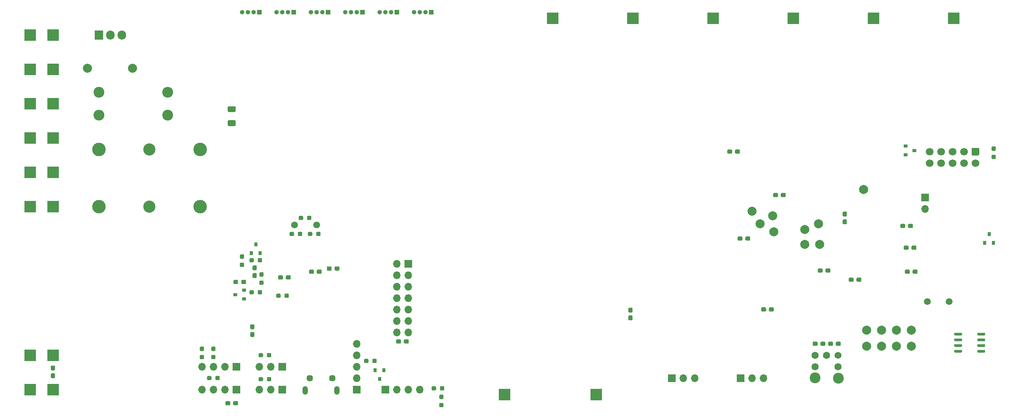
<source format=gbs>
G04 #@! TF.GenerationSoftware,KiCad,Pcbnew,5.1.7-a382d34a8~88~ubuntu18.04.1*
G04 #@! TF.CreationDate,2021-06-16T01:22:41+03:00*
G04 #@! TF.ProjectId,controller,636f6e74-726f-46c6-9c65-722e6b696361,rev?*
G04 #@! TF.SameCoordinates,Original*
G04 #@! TF.FileFunction,Soldermask,Bot*
G04 #@! TF.FilePolarity,Negative*
%FSLAX46Y46*%
G04 Gerber Fmt 4.6, Leading zero omitted, Abs format (unit mm)*
G04 Created by KiCad (PCBNEW 5.1.7-a382d34a8~88~ubuntu18.04.1) date 2021-06-16 01:22:41*
%MOMM*%
%LPD*%
G01*
G04 APERTURE LIST*
%ADD10R,0.800000X0.900000*%
%ADD11C,2.000000*%
%ADD12R,1.700000X1.700000*%
%ADD13O,1.700000X1.700000*%
%ADD14C,1.700000*%
%ADD15C,3.000000*%
%ADD16C,2.700000*%
%ADD17R,2.500000X2.500000*%
%ADD18C,1.500000*%
%ADD19R,1.905000X2.000000*%
%ADD20O,1.905000X2.000000*%
%ADD21O,2.400000X2.400000*%
%ADD22C,2.400000*%
%ADD23O,1.000000X1.000000*%
%ADD24R,1.000000X1.000000*%
%ADD25C,1.450000*%
%ADD26O,1.200000X1.900000*%
%ADD27R,0.900000X0.800000*%
%ADD28C,1.524000*%
%ADD29C,1.600000*%
G04 APERTURE END LIST*
D10*
X237998000Y-95012000D03*
X237048000Y-97012000D03*
X238948000Y-97012000D03*
G36*
G01*
X72627500Y-102341500D02*
X72152500Y-102341500D01*
G75*
G02*
X71915000Y-102104000I0J237500D01*
G01*
X71915000Y-101604000D01*
G75*
G02*
X72152500Y-101366500I237500J0D01*
G01*
X72627500Y-101366500D01*
G75*
G02*
X72865000Y-101604000I0J-237500D01*
G01*
X72865000Y-102104000D01*
G75*
G02*
X72627500Y-102341500I-237500J0D01*
G01*
G37*
G36*
G01*
X72627500Y-100516500D02*
X72152500Y-100516500D01*
G75*
G02*
X71915000Y-100279000I0J237500D01*
G01*
X71915000Y-99779000D01*
G75*
G02*
X72152500Y-99541500I237500J0D01*
G01*
X72627500Y-99541500D01*
G75*
G02*
X72865000Y-99779000I0J-237500D01*
G01*
X72865000Y-100279000D01*
G75*
G02*
X72627500Y-100516500I-237500J0D01*
G01*
G37*
G36*
G01*
X70729001Y-71034000D02*
X69478999Y-71034000D01*
G75*
G02*
X69229000Y-70784001I0J249999D01*
G01*
X69229000Y-69983999D01*
G75*
G02*
X69478999Y-69734000I249999J0D01*
G01*
X70729001Y-69734000D01*
G75*
G02*
X70979000Y-69983999I0J-249999D01*
G01*
X70979000Y-70784001D01*
G75*
G02*
X70729001Y-71034000I-249999J0D01*
G01*
G37*
G36*
G01*
X70729001Y-67934000D02*
X69478999Y-67934000D01*
G75*
G02*
X69229000Y-67684001I0J249999D01*
G01*
X69229000Y-66883999D01*
G75*
G02*
X69478999Y-66634000I249999J0D01*
G01*
X70729001Y-66634000D01*
G75*
G02*
X70979000Y-66883999I0J-249999D01*
G01*
X70979000Y-67684001D01*
G75*
G02*
X70729001Y-67934000I-249999J0D01*
G01*
G37*
X102870000Y-127238000D03*
X103820000Y-125238000D03*
X101920000Y-125238000D03*
D11*
X200406000Y-97282000D03*
D12*
X223774000Y-86868000D03*
D13*
X223774000Y-89408000D03*
G36*
G01*
X234350000Y-75858000D02*
X235550000Y-75858000D01*
G75*
G02*
X235800000Y-76108000I0J-250000D01*
G01*
X235800000Y-77308000D01*
G75*
G02*
X235550000Y-77558000I-250000J0D01*
G01*
X234350000Y-77558000D01*
G75*
G02*
X234100000Y-77308000I0J250000D01*
G01*
X234100000Y-76108000D01*
G75*
G02*
X234350000Y-75858000I250000J0D01*
G01*
G37*
D14*
X232410000Y-76708000D03*
X229870000Y-76708000D03*
X227330000Y-76708000D03*
X224790000Y-76708000D03*
X234950000Y-79248000D03*
X232410000Y-79248000D03*
X229870000Y-79248000D03*
X227330000Y-79248000D03*
X224790000Y-79248000D03*
D13*
X76200000Y-129540000D03*
X78740000Y-129540000D03*
D12*
X81280000Y-129540000D03*
G36*
G01*
X81808500Y-108949500D02*
X81808500Y-108474500D01*
G75*
G02*
X82046000Y-108237000I237500J0D01*
G01*
X82546000Y-108237000D01*
G75*
G02*
X82783500Y-108474500I0J-237500D01*
G01*
X82783500Y-108949500D01*
G75*
G02*
X82546000Y-109187000I-237500J0D01*
G01*
X82046000Y-109187000D01*
G75*
G02*
X81808500Y-108949500I0J237500D01*
G01*
G37*
G36*
G01*
X79983500Y-108949500D02*
X79983500Y-108474500D01*
G75*
G02*
X80221000Y-108237000I237500J0D01*
G01*
X80721000Y-108237000D01*
G75*
G02*
X80958500Y-108474500I0J-237500D01*
G01*
X80958500Y-108949500D01*
G75*
G02*
X80721000Y-109187000I-237500J0D01*
G01*
X80221000Y-109187000D01*
G75*
G02*
X79983500Y-108949500I0J237500D01*
G01*
G37*
G36*
G01*
X76070000Y-122157500D02*
X76070000Y-121682500D01*
G75*
G02*
X76307500Y-121445000I237500J0D01*
G01*
X76807500Y-121445000D01*
G75*
G02*
X77045000Y-121682500I0J-237500D01*
G01*
X77045000Y-122157500D01*
G75*
G02*
X76807500Y-122395000I-237500J0D01*
G01*
X76307500Y-122395000D01*
G75*
G02*
X76070000Y-122157500I0J237500D01*
G01*
G37*
G36*
G01*
X77895000Y-122157500D02*
X77895000Y-121682500D01*
G75*
G02*
X78132500Y-121445000I237500J0D01*
G01*
X78632500Y-121445000D01*
G75*
G02*
X78870000Y-121682500I0J-237500D01*
G01*
X78870000Y-122157500D01*
G75*
G02*
X78632500Y-122395000I-237500J0D01*
G01*
X78132500Y-122395000D01*
G75*
G02*
X77895000Y-122157500I0J237500D01*
G01*
G37*
G36*
G01*
X77895000Y-127491500D02*
X77895000Y-127016500D01*
G75*
G02*
X78132500Y-126779000I237500J0D01*
G01*
X78632500Y-126779000D01*
G75*
G02*
X78870000Y-127016500I0J-237500D01*
G01*
X78870000Y-127491500D01*
G75*
G02*
X78632500Y-127729000I-237500J0D01*
G01*
X78132500Y-127729000D01*
G75*
G02*
X77895000Y-127491500I0J237500D01*
G01*
G37*
G36*
G01*
X76070000Y-127491500D02*
X76070000Y-127016500D01*
G75*
G02*
X76307500Y-126779000I237500J0D01*
G01*
X76807500Y-126779000D01*
G75*
G02*
X77045000Y-127016500I0J-237500D01*
G01*
X77045000Y-127491500D01*
G75*
G02*
X76807500Y-127729000I-237500J0D01*
G01*
X76307500Y-127729000D01*
G75*
G02*
X76070000Y-127491500I0J237500D01*
G01*
G37*
G36*
G01*
X158258500Y-111376000D02*
X158733500Y-111376000D01*
G75*
G02*
X158971000Y-111613500I0J-237500D01*
G01*
X158971000Y-112213500D01*
G75*
G02*
X158733500Y-112451000I-237500J0D01*
G01*
X158258500Y-112451000D01*
G75*
G02*
X158021000Y-112213500I0J237500D01*
G01*
X158021000Y-111613500D01*
G75*
G02*
X158258500Y-111376000I237500J0D01*
G01*
G37*
G36*
G01*
X158258500Y-113101000D02*
X158733500Y-113101000D01*
G75*
G02*
X158971000Y-113338500I0J-237500D01*
G01*
X158971000Y-113938500D01*
G75*
G02*
X158733500Y-114176000I-237500J0D01*
G01*
X158258500Y-114176000D01*
G75*
G02*
X158021000Y-113938500I0J237500D01*
G01*
X158021000Y-113338500D01*
G75*
G02*
X158258500Y-113101000I237500J0D01*
G01*
G37*
G36*
G01*
X187475500Y-111997500D02*
X187475500Y-111522500D01*
G75*
G02*
X187713000Y-111285000I237500J0D01*
G01*
X188313000Y-111285000D01*
G75*
G02*
X188550500Y-111522500I0J-237500D01*
G01*
X188550500Y-111997500D01*
G75*
G02*
X188313000Y-112235000I-237500J0D01*
G01*
X187713000Y-112235000D01*
G75*
G02*
X187475500Y-111997500I0J237500D01*
G01*
G37*
G36*
G01*
X189200500Y-111997500D02*
X189200500Y-111522500D01*
G75*
G02*
X189438000Y-111285000I237500J0D01*
G01*
X190038000Y-111285000D01*
G75*
G02*
X190275500Y-111522500I0J-237500D01*
G01*
X190275500Y-111997500D01*
G75*
G02*
X190038000Y-112235000I-237500J0D01*
G01*
X189438000Y-112235000D01*
G75*
G02*
X189200500Y-111997500I0J237500D01*
G01*
G37*
G36*
G01*
X238776500Y-77387000D02*
X239251500Y-77387000D01*
G75*
G02*
X239489000Y-77624500I0J-237500D01*
G01*
X239489000Y-78124500D01*
G75*
G02*
X239251500Y-78362000I-237500J0D01*
G01*
X238776500Y-78362000D01*
G75*
G02*
X238539000Y-78124500I0J237500D01*
G01*
X238539000Y-77624500D01*
G75*
G02*
X238776500Y-77387000I237500J0D01*
G01*
G37*
G36*
G01*
X238776500Y-75562000D02*
X239251500Y-75562000D01*
G75*
G02*
X239489000Y-75799500I0J-237500D01*
G01*
X239489000Y-76299500D01*
G75*
G02*
X239251500Y-76537000I-237500J0D01*
G01*
X238776500Y-76537000D01*
G75*
G02*
X238539000Y-76299500I0J237500D01*
G01*
X238539000Y-75799500D01*
G75*
G02*
X238776500Y-75562000I237500J0D01*
G01*
G37*
D15*
X40640000Y-88900000D03*
X63140000Y-88900000D03*
D16*
X51890000Y-88900000D03*
X51890000Y-76200000D03*
D15*
X63140000Y-76200000D03*
X40640000Y-76200000D03*
D17*
X30480000Y-81280000D03*
X25400000Y-81280000D03*
X25400000Y-58420000D03*
X30480000Y-58420000D03*
X30480000Y-88900000D03*
X25400000Y-88900000D03*
X30480000Y-73660000D03*
X25400000Y-73660000D03*
X25400000Y-50800000D03*
X30480000Y-50800000D03*
X30480000Y-66040000D03*
X25400000Y-66040000D03*
X30480000Y-121920000D03*
X25400000Y-121920000D03*
X25400000Y-129540000D03*
X30480000Y-129540000D03*
D18*
X224282000Y-109982000D03*
X229162000Y-109982000D03*
G36*
G01*
X30242500Y-125954500D02*
X30717500Y-125954500D01*
G75*
G02*
X30955000Y-126192000I0J-237500D01*
G01*
X30955000Y-126792000D01*
G75*
G02*
X30717500Y-127029500I-237500J0D01*
G01*
X30242500Y-127029500D01*
G75*
G02*
X30005000Y-126792000I0J237500D01*
G01*
X30005000Y-126192000D01*
G75*
G02*
X30242500Y-125954500I237500J0D01*
G01*
G37*
G36*
G01*
X30242500Y-124229500D02*
X30717500Y-124229500D01*
G75*
G02*
X30955000Y-124467000I0J-237500D01*
G01*
X30955000Y-125067000D01*
G75*
G02*
X30717500Y-125304500I-237500J0D01*
G01*
X30242500Y-125304500D01*
G75*
G02*
X30005000Y-125067000I0J237500D01*
G01*
X30005000Y-124467000D01*
G75*
G02*
X30242500Y-124229500I237500J0D01*
G01*
G37*
D11*
X48100000Y-58166000D03*
X38100000Y-58166000D03*
D19*
X40640000Y-50800000D03*
D20*
X43180000Y-50800000D03*
X45720000Y-50800000D03*
D21*
X55880000Y-63500000D03*
D22*
X40640000Y-63500000D03*
X55880000Y-68580000D03*
D21*
X40640000Y-68580000D03*
D17*
X150876000Y-130714000D03*
X130556000Y-130714000D03*
X159004000Y-47086000D03*
X141224000Y-47086000D03*
X230124000Y-47086000D03*
X212344000Y-47086000D03*
X194564000Y-47086000D03*
X176784000Y-47086000D03*
D23*
X110490000Y-45720000D03*
X111760000Y-45720000D03*
X113030000Y-45720000D03*
D24*
X114300000Y-45720000D03*
D13*
X172720000Y-127000000D03*
X170180000Y-127000000D03*
D12*
X167640000Y-127000000D03*
X182880000Y-127000000D03*
D13*
X185420000Y-127000000D03*
X187960000Y-127000000D03*
D12*
X71120000Y-129540000D03*
D13*
X68580000Y-129540000D03*
X66040000Y-129540000D03*
X63500000Y-129540000D03*
X63500000Y-124460000D03*
X66040000Y-124460000D03*
X68580000Y-124460000D03*
D12*
X71120000Y-124460000D03*
X104140000Y-129540000D03*
D13*
X106680000Y-129540000D03*
X109220000Y-129540000D03*
X111760000Y-129540000D03*
D24*
X106680000Y-45720000D03*
D23*
X105410000Y-45720000D03*
X104140000Y-45720000D03*
X102870000Y-45720000D03*
X95250000Y-45720000D03*
X96520000Y-45720000D03*
X97790000Y-45720000D03*
D24*
X99060000Y-45720000D03*
X91440000Y-45720000D03*
D23*
X90170000Y-45720000D03*
X88900000Y-45720000D03*
X87630000Y-45720000D03*
D24*
X83820000Y-45720000D03*
D23*
X82550000Y-45720000D03*
X81280000Y-45720000D03*
X80010000Y-45720000D03*
X72390000Y-45720000D03*
X73660000Y-45720000D03*
X74930000Y-45720000D03*
D24*
X76200000Y-45720000D03*
G36*
G01*
X102238000Y-122952500D02*
X102238000Y-123427500D01*
G75*
G02*
X102000500Y-123665000I-237500J0D01*
G01*
X101500500Y-123665000D01*
G75*
G02*
X101263000Y-123427500I0J237500D01*
G01*
X101263000Y-122952500D01*
G75*
G02*
X101500500Y-122715000I237500J0D01*
G01*
X102000500Y-122715000D01*
G75*
G02*
X102238000Y-122952500I0J-237500D01*
G01*
G37*
G36*
G01*
X100413000Y-122952500D02*
X100413000Y-123427500D01*
G75*
G02*
X100175500Y-123665000I-237500J0D01*
G01*
X99675500Y-123665000D01*
G75*
G02*
X99438000Y-123427500I0J237500D01*
G01*
X99438000Y-122952500D01*
G75*
G02*
X99675500Y-122715000I237500J0D01*
G01*
X100175500Y-122715000D01*
G75*
G02*
X100413000Y-122952500I0J-237500D01*
G01*
G37*
G36*
G01*
X64640000Y-127237500D02*
X64640000Y-126762500D01*
G75*
G02*
X64877500Y-126525000I237500J0D01*
G01*
X65377500Y-126525000D01*
G75*
G02*
X65615000Y-126762500I0J-237500D01*
G01*
X65615000Y-127237500D01*
G75*
G02*
X65377500Y-127475000I-237500J0D01*
G01*
X64877500Y-127475000D01*
G75*
G02*
X64640000Y-127237500I0J237500D01*
G01*
G37*
G36*
G01*
X66465000Y-127237500D02*
X66465000Y-126762500D01*
G75*
G02*
X66702500Y-126525000I237500J0D01*
G01*
X67202500Y-126525000D01*
G75*
G02*
X67440000Y-126762500I0J-237500D01*
G01*
X67440000Y-127237500D01*
G75*
G02*
X67202500Y-127475000I-237500J0D01*
G01*
X66702500Y-127475000D01*
G75*
G02*
X66465000Y-127237500I0J237500D01*
G01*
G37*
G36*
G01*
X66277500Y-120987000D02*
X65802500Y-120987000D01*
G75*
G02*
X65565000Y-120749500I0J237500D01*
G01*
X65565000Y-120249500D01*
G75*
G02*
X65802500Y-120012000I237500J0D01*
G01*
X66277500Y-120012000D01*
G75*
G02*
X66515000Y-120249500I0J-237500D01*
G01*
X66515000Y-120749500D01*
G75*
G02*
X66277500Y-120987000I-237500J0D01*
G01*
G37*
G36*
G01*
X66277500Y-122812000D02*
X65802500Y-122812000D01*
G75*
G02*
X65565000Y-122574500I0J237500D01*
G01*
X65565000Y-122074500D01*
G75*
G02*
X65802500Y-121837000I237500J0D01*
G01*
X66277500Y-121837000D01*
G75*
G02*
X66515000Y-122074500I0J-237500D01*
G01*
X66515000Y-122574500D01*
G75*
G02*
X66277500Y-122812000I-237500J0D01*
G01*
G37*
G36*
G01*
X63737500Y-122812000D02*
X63262500Y-122812000D01*
G75*
G02*
X63025000Y-122574500I0J237500D01*
G01*
X63025000Y-122074500D01*
G75*
G02*
X63262500Y-121837000I237500J0D01*
G01*
X63737500Y-121837000D01*
G75*
G02*
X63975000Y-122074500I0J-237500D01*
G01*
X63975000Y-122574500D01*
G75*
G02*
X63737500Y-122812000I-237500J0D01*
G01*
G37*
G36*
G01*
X63737500Y-120987000D02*
X63262500Y-120987000D01*
G75*
G02*
X63025000Y-120749500I0J237500D01*
G01*
X63025000Y-120249500D01*
G75*
G02*
X63262500Y-120012000I237500J0D01*
G01*
X63737500Y-120012000D01*
G75*
G02*
X63975000Y-120249500I0J-237500D01*
G01*
X63975000Y-120749500D01*
G75*
G02*
X63737500Y-120987000I-237500J0D01*
G01*
G37*
G36*
G01*
X75421500Y-103053000D02*
X74946500Y-103053000D01*
G75*
G02*
X74709000Y-102815500I0J237500D01*
G01*
X74709000Y-102215500D01*
G75*
G02*
X74946500Y-101978000I237500J0D01*
G01*
X75421500Y-101978000D01*
G75*
G02*
X75659000Y-102215500I0J-237500D01*
G01*
X75659000Y-102815500D01*
G75*
G02*
X75421500Y-103053000I-237500J0D01*
G01*
G37*
G36*
G01*
X75421500Y-104778000D02*
X74946500Y-104778000D01*
G75*
G02*
X74709000Y-104540500I0J237500D01*
G01*
X74709000Y-103940500D01*
G75*
G02*
X74946500Y-103703000I237500J0D01*
G01*
X75421500Y-103703000D01*
G75*
G02*
X75659000Y-103940500I0J-237500D01*
G01*
X75659000Y-104540500D01*
G75*
G02*
X75421500Y-104778000I-237500J0D01*
G01*
G37*
G36*
G01*
X202822000Y-102886500D02*
X202822000Y-103361500D01*
G75*
G02*
X202584500Y-103599000I-237500J0D01*
G01*
X201984500Y-103599000D01*
G75*
G02*
X201747000Y-103361500I0J237500D01*
G01*
X201747000Y-102886500D01*
G75*
G02*
X201984500Y-102649000I237500J0D01*
G01*
X202584500Y-102649000D01*
G75*
G02*
X202822000Y-102886500I0J-237500D01*
G01*
G37*
G36*
G01*
X201097000Y-102886500D02*
X201097000Y-103361500D01*
G75*
G02*
X200859500Y-103599000I-237500J0D01*
G01*
X200259500Y-103599000D01*
G75*
G02*
X200022000Y-103361500I0J237500D01*
G01*
X200022000Y-102886500D01*
G75*
G02*
X200259500Y-102649000I237500J0D01*
G01*
X200859500Y-102649000D01*
G75*
G02*
X201097000Y-102886500I0J-237500D01*
G01*
G37*
G36*
G01*
X220797000Y-98281500D02*
X220797000Y-97806500D01*
G75*
G02*
X221034500Y-97569000I237500J0D01*
G01*
X221634500Y-97569000D01*
G75*
G02*
X221872000Y-97806500I0J-237500D01*
G01*
X221872000Y-98281500D01*
G75*
G02*
X221634500Y-98519000I-237500J0D01*
G01*
X221034500Y-98519000D01*
G75*
G02*
X220797000Y-98281500I0J237500D01*
G01*
G37*
G36*
G01*
X219072000Y-98281500D02*
X219072000Y-97806500D01*
G75*
G02*
X219309500Y-97569000I237500J0D01*
G01*
X219909500Y-97569000D01*
G75*
G02*
X220147000Y-97806500I0J-237500D01*
G01*
X220147000Y-98281500D01*
G75*
G02*
X219909500Y-98519000I-237500J0D01*
G01*
X219309500Y-98519000D01*
G75*
G02*
X219072000Y-98281500I0J237500D01*
G01*
G37*
G36*
G01*
X220035000Y-93455500D02*
X220035000Y-92980500D01*
G75*
G02*
X220272500Y-92743000I237500J0D01*
G01*
X220872500Y-92743000D01*
G75*
G02*
X221110000Y-92980500I0J-237500D01*
G01*
X221110000Y-93455500D01*
G75*
G02*
X220872500Y-93693000I-237500J0D01*
G01*
X220272500Y-93693000D01*
G75*
G02*
X220035000Y-93455500I0J237500D01*
G01*
G37*
G36*
G01*
X218310000Y-93455500D02*
X218310000Y-92980500D01*
G75*
G02*
X218547500Y-92743000I237500J0D01*
G01*
X219147500Y-92743000D01*
G75*
G02*
X219385000Y-92980500I0J-237500D01*
G01*
X219385000Y-93455500D01*
G75*
G02*
X219147500Y-93693000I-237500J0D01*
G01*
X218547500Y-93693000D01*
G75*
G02*
X218310000Y-93455500I0J237500D01*
G01*
G37*
G36*
G01*
X219326000Y-103615500D02*
X219326000Y-103140500D01*
G75*
G02*
X219563500Y-102903000I237500J0D01*
G01*
X220163500Y-102903000D01*
G75*
G02*
X220401000Y-103140500I0J-237500D01*
G01*
X220401000Y-103615500D01*
G75*
G02*
X220163500Y-103853000I-237500J0D01*
G01*
X219563500Y-103853000D01*
G75*
G02*
X219326000Y-103615500I0J237500D01*
G01*
G37*
G36*
G01*
X221051000Y-103615500D02*
X221051000Y-103140500D01*
G75*
G02*
X221288500Y-102903000I237500J0D01*
G01*
X221888500Y-102903000D01*
G75*
G02*
X222126000Y-103140500I0J-237500D01*
G01*
X222126000Y-103615500D01*
G75*
G02*
X221888500Y-103853000I-237500J0D01*
G01*
X221288500Y-103853000D01*
G75*
G02*
X221051000Y-103615500I0J237500D01*
G01*
G37*
G36*
G01*
X206231500Y-91115000D02*
X205756500Y-91115000D01*
G75*
G02*
X205519000Y-90877500I0J237500D01*
G01*
X205519000Y-90277500D01*
G75*
G02*
X205756500Y-90040000I237500J0D01*
G01*
X206231500Y-90040000D01*
G75*
G02*
X206469000Y-90277500I0J-237500D01*
G01*
X206469000Y-90877500D01*
G75*
G02*
X206231500Y-91115000I-237500J0D01*
G01*
G37*
G36*
G01*
X206231500Y-92840000D02*
X205756500Y-92840000D01*
G75*
G02*
X205519000Y-92602500I0J237500D01*
G01*
X205519000Y-92002500D01*
G75*
G02*
X205756500Y-91765000I237500J0D01*
G01*
X206231500Y-91765000D01*
G75*
G02*
X206469000Y-92002500I0J-237500D01*
G01*
X206469000Y-92602500D01*
G75*
G02*
X206231500Y-92840000I-237500J0D01*
G01*
G37*
G36*
G01*
X87967000Y-94758500D02*
X87967000Y-95233500D01*
G75*
G02*
X87729500Y-95471000I-237500J0D01*
G01*
X87229500Y-95471000D01*
G75*
G02*
X86992000Y-95233500I0J237500D01*
G01*
X86992000Y-94758500D01*
G75*
G02*
X87229500Y-94521000I237500J0D01*
G01*
X87729500Y-94521000D01*
G75*
G02*
X87967000Y-94758500I0J-237500D01*
G01*
G37*
G36*
G01*
X89792000Y-94758500D02*
X89792000Y-95233500D01*
G75*
G02*
X89554500Y-95471000I-237500J0D01*
G01*
X89054500Y-95471000D01*
G75*
G02*
X88817000Y-95233500I0J237500D01*
G01*
X88817000Y-94758500D01*
G75*
G02*
X89054500Y-94521000I237500J0D01*
G01*
X89554500Y-94521000D01*
G75*
G02*
X89792000Y-94758500I0J-237500D01*
G01*
G37*
G36*
G01*
X82928000Y-95233500D02*
X82928000Y-94758500D01*
G75*
G02*
X83165500Y-94521000I237500J0D01*
G01*
X83665500Y-94521000D01*
G75*
G02*
X83903000Y-94758500I0J-237500D01*
G01*
X83903000Y-95233500D01*
G75*
G02*
X83665500Y-95471000I-237500J0D01*
G01*
X83165500Y-95471000D01*
G75*
G02*
X82928000Y-95233500I0J237500D01*
G01*
G37*
G36*
G01*
X84753000Y-95233500D02*
X84753000Y-94758500D01*
G75*
G02*
X84990500Y-94521000I237500J0D01*
G01*
X85490500Y-94521000D01*
G75*
G02*
X85728000Y-94758500I0J-237500D01*
G01*
X85728000Y-95233500D01*
G75*
G02*
X85490500Y-95471000I-237500J0D01*
G01*
X84990500Y-95471000D01*
G75*
G02*
X84753000Y-95233500I0J237500D01*
G01*
G37*
D11*
X210820000Y-119888000D03*
X210820000Y-116332000D03*
X214122000Y-119888000D03*
X214122000Y-116332000D03*
X217424000Y-119888000D03*
X217424000Y-116332000D03*
X220726000Y-119888000D03*
X220726000Y-116332000D03*
X210185000Y-85090000D03*
X200152000Y-92710000D03*
X197104000Y-93980000D03*
X197104000Y-97282000D03*
D12*
X109220000Y-101600000D03*
D13*
X106680000Y-101600000D03*
X109220000Y-104140000D03*
X106680000Y-104140000D03*
X109220000Y-106680000D03*
X106680000Y-106680000D03*
X109220000Y-109220000D03*
X106680000Y-109220000D03*
X109220000Y-111760000D03*
X106680000Y-111760000D03*
X109220000Y-114300000D03*
X106680000Y-114300000D03*
X109220000Y-116840000D03*
X106680000Y-116840000D03*
D12*
X81280000Y-124460000D03*
D13*
X78740000Y-124460000D03*
X76200000Y-124460000D03*
D11*
X185420000Y-89916000D03*
X187198000Y-92710000D03*
X190246000Y-94488000D03*
X189992000Y-90932000D03*
G36*
G01*
X87760000Y-91202500D02*
X87760000Y-91677500D01*
G75*
G02*
X87522500Y-91915000I-237500J0D01*
G01*
X87022500Y-91915000D01*
G75*
G02*
X86785000Y-91677500I0J237500D01*
G01*
X86785000Y-91202500D01*
G75*
G02*
X87022500Y-90965000I237500J0D01*
G01*
X87522500Y-90965000D01*
G75*
G02*
X87760000Y-91202500I0J-237500D01*
G01*
G37*
G36*
G01*
X85935000Y-91202500D02*
X85935000Y-91677500D01*
G75*
G02*
X85697500Y-91915000I-237500J0D01*
G01*
X85197500Y-91915000D01*
G75*
G02*
X84960000Y-91677500I0J237500D01*
G01*
X84960000Y-91202500D01*
G75*
G02*
X85197500Y-90965000I237500J0D01*
G01*
X85697500Y-90965000D01*
G75*
G02*
X85935000Y-91202500I0J-237500D01*
G01*
G37*
D18*
X88900000Y-92964000D03*
X84020000Y-92964000D03*
G36*
G01*
X74438500Y-115085500D02*
X74913500Y-115085500D01*
G75*
G02*
X75151000Y-115323000I0J-237500D01*
G01*
X75151000Y-115923000D01*
G75*
G02*
X74913500Y-116160500I-237500J0D01*
G01*
X74438500Y-116160500D01*
G75*
G02*
X74201000Y-115923000I0J237500D01*
G01*
X74201000Y-115323000D01*
G75*
G02*
X74438500Y-115085500I237500J0D01*
G01*
G37*
G36*
G01*
X74438500Y-116810500D02*
X74913500Y-116810500D01*
G75*
G02*
X75151000Y-117048000I0J-237500D01*
G01*
X75151000Y-117648000D01*
G75*
G02*
X74913500Y-117885500I-237500J0D01*
G01*
X74438500Y-117885500D01*
G75*
G02*
X74201000Y-117648000I0J237500D01*
G01*
X74201000Y-117048000D01*
G75*
G02*
X74438500Y-116810500I237500J0D01*
G01*
G37*
G36*
G01*
X108275000Y-119109500D02*
X108275000Y-118634500D01*
G75*
G02*
X108512500Y-118397000I237500J0D01*
G01*
X109112500Y-118397000D01*
G75*
G02*
X109350000Y-118634500I0J-237500D01*
G01*
X109350000Y-119109500D01*
G75*
G02*
X109112500Y-119347000I-237500J0D01*
G01*
X108512500Y-119347000D01*
G75*
G02*
X108275000Y-119109500I0J237500D01*
G01*
G37*
G36*
G01*
X106550000Y-119109500D02*
X106550000Y-118634500D01*
G75*
G02*
X106787500Y-118397000I237500J0D01*
G01*
X107387500Y-118397000D01*
G75*
G02*
X107625000Y-118634500I0J-237500D01*
G01*
X107625000Y-119109500D01*
G75*
G02*
X107387500Y-119347000I-237500J0D01*
G01*
X106787500Y-119347000D01*
G75*
G02*
X106550000Y-119109500I0J237500D01*
G01*
G37*
G36*
G01*
X83188000Y-104410500D02*
X83188000Y-104885500D01*
G75*
G02*
X82950500Y-105123000I-237500J0D01*
G01*
X82350500Y-105123000D01*
G75*
G02*
X82113000Y-104885500I0J237500D01*
G01*
X82113000Y-104410500D01*
G75*
G02*
X82350500Y-104173000I237500J0D01*
G01*
X82950500Y-104173000D01*
G75*
G02*
X83188000Y-104410500I0J-237500D01*
G01*
G37*
G36*
G01*
X81463000Y-104410500D02*
X81463000Y-104885500D01*
G75*
G02*
X81225500Y-105123000I-237500J0D01*
G01*
X80625500Y-105123000D01*
G75*
G02*
X80388000Y-104885500I0J237500D01*
G01*
X80388000Y-104410500D01*
G75*
G02*
X80625500Y-104173000I237500J0D01*
G01*
X81225500Y-104173000D01*
G75*
G02*
X81463000Y-104410500I0J-237500D01*
G01*
G37*
G36*
G01*
X88321000Y-103140500D02*
X88321000Y-103615500D01*
G75*
G02*
X88083500Y-103853000I-237500J0D01*
G01*
X87483500Y-103853000D01*
G75*
G02*
X87246000Y-103615500I0J237500D01*
G01*
X87246000Y-103140500D01*
G75*
G02*
X87483500Y-102903000I237500J0D01*
G01*
X88083500Y-102903000D01*
G75*
G02*
X88321000Y-103140500I0J-237500D01*
G01*
G37*
G36*
G01*
X90046000Y-103140500D02*
X90046000Y-103615500D01*
G75*
G02*
X89808500Y-103853000I-237500J0D01*
G01*
X89208500Y-103853000D01*
G75*
G02*
X88971000Y-103615500I0J237500D01*
G01*
X88971000Y-103140500D01*
G75*
G02*
X89208500Y-102903000I237500J0D01*
G01*
X89808500Y-102903000D01*
G75*
G02*
X90046000Y-103140500I0J-237500D01*
G01*
G37*
G36*
G01*
X91183000Y-102917000D02*
X91183000Y-102442000D01*
G75*
G02*
X91420500Y-102204500I237500J0D01*
G01*
X92020500Y-102204500D01*
G75*
G02*
X92258000Y-102442000I0J-237500D01*
G01*
X92258000Y-102917000D01*
G75*
G02*
X92020500Y-103154500I-237500J0D01*
G01*
X91420500Y-103154500D01*
G75*
G02*
X91183000Y-102917000I0J237500D01*
G01*
G37*
G36*
G01*
X92908000Y-102917000D02*
X92908000Y-102442000D01*
G75*
G02*
X93145500Y-102204500I237500J0D01*
G01*
X93745500Y-102204500D01*
G75*
G02*
X93983000Y-102442000I0J-237500D01*
G01*
X93983000Y-102917000D01*
G75*
G02*
X93745500Y-103154500I-237500J0D01*
G01*
X93145500Y-103154500D01*
G75*
G02*
X92908000Y-102917000I0J237500D01*
G01*
G37*
G36*
G01*
X70482000Y-105901500D02*
X70482000Y-105426500D01*
G75*
G02*
X70719500Y-105189000I237500J0D01*
G01*
X71294500Y-105189000D01*
G75*
G02*
X71532000Y-105426500I0J-237500D01*
G01*
X71532000Y-105901500D01*
G75*
G02*
X71294500Y-106139000I-237500J0D01*
G01*
X70719500Y-106139000D01*
G75*
G02*
X70482000Y-105901500I0J237500D01*
G01*
G37*
G36*
G01*
X72232000Y-105901500D02*
X72232000Y-105426500D01*
G75*
G02*
X72469500Y-105189000I237500J0D01*
G01*
X73044500Y-105189000D01*
G75*
G02*
X73282000Y-105426500I0J-237500D01*
G01*
X73282000Y-105901500D01*
G75*
G02*
X73044500Y-106139000I-237500J0D01*
G01*
X72469500Y-106139000D01*
G75*
G02*
X72232000Y-105901500I0J237500D01*
G01*
G37*
D25*
X87416000Y-127061500D03*
X92416000Y-127061500D03*
D26*
X86416000Y-129761500D03*
X93416000Y-129761500D03*
D12*
X97790000Y-129540000D03*
D13*
X97790000Y-127000000D03*
X97790000Y-124460000D03*
X97790000Y-121920000D03*
X97790000Y-119380000D03*
D27*
X72882000Y-107508000D03*
X72882000Y-109408000D03*
X70882000Y-108458000D03*
G36*
G01*
X75863000Y-108187500D02*
X75863000Y-107712500D01*
G75*
G02*
X76100500Y-107475000I237500J0D01*
G01*
X76600500Y-107475000D01*
G75*
G02*
X76838000Y-107712500I0J-237500D01*
G01*
X76838000Y-108187500D01*
G75*
G02*
X76600500Y-108425000I-237500J0D01*
G01*
X76100500Y-108425000D01*
G75*
G02*
X75863000Y-108187500I0J237500D01*
G01*
G37*
G36*
G01*
X74038000Y-108187500D02*
X74038000Y-107712500D01*
G75*
G02*
X74275500Y-107475000I237500J0D01*
G01*
X74775500Y-107475000D01*
G75*
G02*
X75013000Y-107712500I0J-237500D01*
G01*
X75013000Y-108187500D01*
G75*
G02*
X74775500Y-108425000I-237500J0D01*
G01*
X74275500Y-108425000D01*
G75*
G02*
X74038000Y-108187500I0J237500D01*
G01*
G37*
G36*
G01*
X76470500Y-103502000D02*
X76945500Y-103502000D01*
G75*
G02*
X77183000Y-103739500I0J-237500D01*
G01*
X77183000Y-104239500D01*
G75*
G02*
X76945500Y-104477000I-237500J0D01*
G01*
X76470500Y-104477000D01*
G75*
G02*
X76233000Y-104239500I0J237500D01*
G01*
X76233000Y-103739500D01*
G75*
G02*
X76470500Y-103502000I237500J0D01*
G01*
G37*
G36*
G01*
X76470500Y-105327000D02*
X76945500Y-105327000D01*
G75*
G02*
X77183000Y-105564500I0J-237500D01*
G01*
X77183000Y-106064500D01*
G75*
G02*
X76945500Y-106302000I-237500J0D01*
G01*
X76470500Y-106302000D01*
G75*
G02*
X76233000Y-106064500I0J237500D01*
G01*
X76233000Y-105564500D01*
G75*
G02*
X76470500Y-105327000I237500J0D01*
G01*
G37*
G36*
G01*
X114424000Y-129523500D02*
X114424000Y-129048500D01*
G75*
G02*
X114661500Y-128811000I237500J0D01*
G01*
X115161500Y-128811000D01*
G75*
G02*
X115399000Y-129048500I0J-237500D01*
G01*
X115399000Y-129523500D01*
G75*
G02*
X115161500Y-129761000I-237500J0D01*
G01*
X114661500Y-129761000D01*
G75*
G02*
X114424000Y-129523500I0J237500D01*
G01*
G37*
G36*
G01*
X116249000Y-129523500D02*
X116249000Y-129048500D01*
G75*
G02*
X116486500Y-128811000I237500J0D01*
G01*
X116986500Y-128811000D01*
G75*
G02*
X117224000Y-129048500I0J-237500D01*
G01*
X117224000Y-129523500D01*
G75*
G02*
X116986500Y-129761000I-237500J0D01*
G01*
X116486500Y-129761000D01*
G75*
G02*
X116249000Y-129523500I0J237500D01*
G01*
G37*
G36*
G01*
X116823500Y-131655000D02*
X116348500Y-131655000D01*
G75*
G02*
X116111000Y-131417500I0J237500D01*
G01*
X116111000Y-130917500D01*
G75*
G02*
X116348500Y-130680000I237500J0D01*
G01*
X116823500Y-130680000D01*
G75*
G02*
X117061000Y-130917500I0J-237500D01*
G01*
X117061000Y-131417500D01*
G75*
G02*
X116823500Y-131655000I-237500J0D01*
G01*
G37*
G36*
G01*
X116823500Y-133480000D02*
X116348500Y-133480000D01*
G75*
G02*
X116111000Y-133242500I0J237500D01*
G01*
X116111000Y-132742500D01*
G75*
G02*
X116348500Y-132505000I237500J0D01*
G01*
X116823500Y-132505000D01*
G75*
G02*
X117061000Y-132742500I0J-237500D01*
G01*
X117061000Y-133242500D01*
G75*
G02*
X116823500Y-133480000I-237500J0D01*
G01*
G37*
G36*
G01*
X207955000Y-104918500D02*
X207955000Y-105393500D01*
G75*
G02*
X207717500Y-105631000I-237500J0D01*
G01*
X207117500Y-105631000D01*
G75*
G02*
X206880000Y-105393500I0J237500D01*
G01*
X206880000Y-104918500D01*
G75*
G02*
X207117500Y-104681000I237500J0D01*
G01*
X207717500Y-104681000D01*
G75*
G02*
X207955000Y-104918500I0J-237500D01*
G01*
G37*
G36*
G01*
X209680000Y-104918500D02*
X209680000Y-105393500D01*
G75*
G02*
X209442500Y-105631000I-237500J0D01*
G01*
X208842500Y-105631000D01*
G75*
G02*
X208605000Y-105393500I0J237500D01*
G01*
X208605000Y-104918500D01*
G75*
G02*
X208842500Y-104681000I237500J0D01*
G01*
X209442500Y-104681000D01*
G75*
G02*
X209680000Y-104918500I0J-237500D01*
G01*
G37*
D10*
X76388000Y-99298000D03*
X74488000Y-99298000D03*
X75438000Y-97298000D03*
G36*
G01*
X75013000Y-100600500D02*
X75013000Y-101075500D01*
G75*
G02*
X74775500Y-101313000I-237500J0D01*
G01*
X74275500Y-101313000D01*
G75*
G02*
X74038000Y-101075500I0J237500D01*
G01*
X74038000Y-100600500D01*
G75*
G02*
X74275500Y-100363000I237500J0D01*
G01*
X74775500Y-100363000D01*
G75*
G02*
X75013000Y-100600500I0J-237500D01*
G01*
G37*
G36*
G01*
X76838000Y-100600500D02*
X76838000Y-101075500D01*
G75*
G02*
X76600500Y-101313000I-237500J0D01*
G01*
X76100500Y-101313000D01*
G75*
G02*
X75863000Y-101075500I0J237500D01*
G01*
X75863000Y-100600500D01*
G75*
G02*
X76100500Y-100363000I237500J0D01*
G01*
X76600500Y-100363000D01*
G75*
G02*
X76838000Y-100600500I0J-237500D01*
G01*
G37*
G36*
G01*
X203383000Y-119142500D02*
X203383000Y-119617500D01*
G75*
G02*
X203145500Y-119855000I-237500J0D01*
G01*
X202545500Y-119855000D01*
G75*
G02*
X202308000Y-119617500I0J237500D01*
G01*
X202308000Y-119142500D01*
G75*
G02*
X202545500Y-118905000I237500J0D01*
G01*
X203145500Y-118905000D01*
G75*
G02*
X203383000Y-119142500I0J-237500D01*
G01*
G37*
G36*
G01*
X205108000Y-119142500D02*
X205108000Y-119617500D01*
G75*
G02*
X204870500Y-119855000I-237500J0D01*
G01*
X204270500Y-119855000D01*
G75*
G02*
X204033000Y-119617500I0J237500D01*
G01*
X204033000Y-119142500D01*
G75*
G02*
X204270500Y-118905000I237500J0D01*
G01*
X204870500Y-118905000D01*
G75*
G02*
X205108000Y-119142500I0J-237500D01*
G01*
G37*
G36*
G01*
X198905500Y-119617500D02*
X198905500Y-119142500D01*
G75*
G02*
X199143000Y-118905000I237500J0D01*
G01*
X199743000Y-118905000D01*
G75*
G02*
X199980500Y-119142500I0J-237500D01*
G01*
X199980500Y-119617500D01*
G75*
G02*
X199743000Y-119855000I-237500J0D01*
G01*
X199143000Y-119855000D01*
G75*
G02*
X198905500Y-119617500I0J237500D01*
G01*
G37*
G36*
G01*
X200630500Y-119617500D02*
X200630500Y-119142500D01*
G75*
G02*
X200868000Y-118905000I237500J0D01*
G01*
X201468000Y-118905000D01*
G75*
G02*
X201705500Y-119142500I0J-237500D01*
G01*
X201705500Y-119617500D01*
G75*
G02*
X201468000Y-119855000I-237500J0D01*
G01*
X200868000Y-119855000D01*
G75*
G02*
X200630500Y-119617500I0J237500D01*
G01*
G37*
G36*
G01*
X68704000Y-132825500D02*
X68704000Y-132350500D01*
G75*
G02*
X68941500Y-132113000I237500J0D01*
G01*
X69541500Y-132113000D01*
G75*
G02*
X69779000Y-132350500I0J-237500D01*
G01*
X69779000Y-132825500D01*
G75*
G02*
X69541500Y-133063000I-237500J0D01*
G01*
X68941500Y-133063000D01*
G75*
G02*
X68704000Y-132825500I0J237500D01*
G01*
G37*
G36*
G01*
X70429000Y-132825500D02*
X70429000Y-132350500D01*
G75*
G02*
X70666500Y-132113000I237500J0D01*
G01*
X71266500Y-132113000D01*
G75*
G02*
X71504000Y-132350500I0J-237500D01*
G01*
X71504000Y-132825500D01*
G75*
G02*
X71266500Y-133063000I-237500J0D01*
G01*
X70666500Y-133063000D01*
G75*
G02*
X70429000Y-132825500I0J237500D01*
G01*
G37*
D28*
X204470000Y-121920000D03*
D29*
X201930000Y-121920000D03*
X199390000Y-121920000D03*
X204470000Y-124520000D03*
X199390000Y-124520000D03*
D22*
X204570000Y-127020000D03*
X199390000Y-126920000D03*
G36*
G01*
X230230000Y-121181000D02*
X230230000Y-120881000D01*
G75*
G02*
X230380000Y-120731000I150000J0D01*
G01*
X231830000Y-120731000D01*
G75*
G02*
X231980000Y-120881000I0J-150000D01*
G01*
X231980000Y-121181000D01*
G75*
G02*
X231830000Y-121331000I-150000J0D01*
G01*
X230380000Y-121331000D01*
G75*
G02*
X230230000Y-121181000I0J150000D01*
G01*
G37*
G36*
G01*
X230230000Y-119911000D02*
X230230000Y-119611000D01*
G75*
G02*
X230380000Y-119461000I150000J0D01*
G01*
X231830000Y-119461000D01*
G75*
G02*
X231980000Y-119611000I0J-150000D01*
G01*
X231980000Y-119911000D01*
G75*
G02*
X231830000Y-120061000I-150000J0D01*
G01*
X230380000Y-120061000D01*
G75*
G02*
X230230000Y-119911000I0J150000D01*
G01*
G37*
G36*
G01*
X230230000Y-118641000D02*
X230230000Y-118341000D01*
G75*
G02*
X230380000Y-118191000I150000J0D01*
G01*
X231830000Y-118191000D01*
G75*
G02*
X231980000Y-118341000I0J-150000D01*
G01*
X231980000Y-118641000D01*
G75*
G02*
X231830000Y-118791000I-150000J0D01*
G01*
X230380000Y-118791000D01*
G75*
G02*
X230230000Y-118641000I0J150000D01*
G01*
G37*
G36*
G01*
X230230000Y-117371000D02*
X230230000Y-117071000D01*
G75*
G02*
X230380000Y-116921000I150000J0D01*
G01*
X231830000Y-116921000D01*
G75*
G02*
X231980000Y-117071000I0J-150000D01*
G01*
X231980000Y-117371000D01*
G75*
G02*
X231830000Y-117521000I-150000J0D01*
G01*
X230380000Y-117521000D01*
G75*
G02*
X230230000Y-117371000I0J150000D01*
G01*
G37*
G36*
G01*
X235380000Y-117371000D02*
X235380000Y-117071000D01*
G75*
G02*
X235530000Y-116921000I150000J0D01*
G01*
X236980000Y-116921000D01*
G75*
G02*
X237130000Y-117071000I0J-150000D01*
G01*
X237130000Y-117371000D01*
G75*
G02*
X236980000Y-117521000I-150000J0D01*
G01*
X235530000Y-117521000D01*
G75*
G02*
X235380000Y-117371000I0J150000D01*
G01*
G37*
G36*
G01*
X235380000Y-118641000D02*
X235380000Y-118341000D01*
G75*
G02*
X235530000Y-118191000I150000J0D01*
G01*
X236980000Y-118191000D01*
G75*
G02*
X237130000Y-118341000I0J-150000D01*
G01*
X237130000Y-118641000D01*
G75*
G02*
X236980000Y-118791000I-150000J0D01*
G01*
X235530000Y-118791000D01*
G75*
G02*
X235380000Y-118641000I0J150000D01*
G01*
G37*
G36*
G01*
X235380000Y-119911000D02*
X235380000Y-119611000D01*
G75*
G02*
X235530000Y-119461000I150000J0D01*
G01*
X236980000Y-119461000D01*
G75*
G02*
X237130000Y-119611000I0J-150000D01*
G01*
X237130000Y-119911000D01*
G75*
G02*
X236980000Y-120061000I-150000J0D01*
G01*
X235530000Y-120061000D01*
G75*
G02*
X235380000Y-119911000I0J150000D01*
G01*
G37*
G36*
G01*
X235380000Y-121181000D02*
X235380000Y-120881000D01*
G75*
G02*
X235530000Y-120731000I150000J0D01*
G01*
X236980000Y-120731000D01*
G75*
G02*
X237130000Y-120881000I0J-150000D01*
G01*
X237130000Y-121181000D01*
G75*
G02*
X236980000Y-121331000I-150000J0D01*
G01*
X235530000Y-121331000D01*
G75*
G02*
X235380000Y-121181000I0J150000D01*
G01*
G37*
G36*
G01*
X192916000Y-86122500D02*
X192916000Y-86597500D01*
G75*
G02*
X192678500Y-86835000I-237500J0D01*
G01*
X192078500Y-86835000D01*
G75*
G02*
X191841000Y-86597500I0J237500D01*
G01*
X191841000Y-86122500D01*
G75*
G02*
X192078500Y-85885000I237500J0D01*
G01*
X192678500Y-85885000D01*
G75*
G02*
X192916000Y-86122500I0J-237500D01*
G01*
G37*
G36*
G01*
X191191000Y-86122500D02*
X191191000Y-86597500D01*
G75*
G02*
X190953500Y-86835000I-237500J0D01*
G01*
X190353500Y-86835000D01*
G75*
G02*
X190116000Y-86597500I0J237500D01*
G01*
X190116000Y-86122500D01*
G75*
G02*
X190353500Y-85885000I237500J0D01*
G01*
X190953500Y-85885000D01*
G75*
G02*
X191191000Y-86122500I0J-237500D01*
G01*
G37*
D27*
X219472000Y-77404000D03*
X219472000Y-75504000D03*
X221472000Y-76454000D03*
G36*
G01*
X185042000Y-95774500D02*
X185042000Y-96249500D01*
G75*
G02*
X184804500Y-96487000I-237500J0D01*
G01*
X184204500Y-96487000D01*
G75*
G02*
X183967000Y-96249500I0J237500D01*
G01*
X183967000Y-95774500D01*
G75*
G02*
X184204500Y-95537000I237500J0D01*
G01*
X184804500Y-95537000D01*
G75*
G02*
X185042000Y-95774500I0J-237500D01*
G01*
G37*
G36*
G01*
X183317000Y-95774500D02*
X183317000Y-96249500D01*
G75*
G02*
X183079500Y-96487000I-237500J0D01*
G01*
X182479500Y-96487000D01*
G75*
G02*
X182242000Y-96249500I0J237500D01*
G01*
X182242000Y-95774500D01*
G75*
G02*
X182479500Y-95537000I237500J0D01*
G01*
X183079500Y-95537000D01*
G75*
G02*
X183317000Y-95774500I0J-237500D01*
G01*
G37*
G36*
G01*
X181681000Y-76945500D02*
X181681000Y-76470500D01*
G75*
G02*
X181918500Y-76233000I237500J0D01*
G01*
X182518500Y-76233000D01*
G75*
G02*
X182756000Y-76470500I0J-237500D01*
G01*
X182756000Y-76945500D01*
G75*
G02*
X182518500Y-77183000I-237500J0D01*
G01*
X181918500Y-77183000D01*
G75*
G02*
X181681000Y-76945500I0J237500D01*
G01*
G37*
G36*
G01*
X179956000Y-76945500D02*
X179956000Y-76470500D01*
G75*
G02*
X180193500Y-76233000I237500J0D01*
G01*
X180793500Y-76233000D01*
G75*
G02*
X181031000Y-76470500I0J-237500D01*
G01*
X181031000Y-76945500D01*
G75*
G02*
X180793500Y-77183000I-237500J0D01*
G01*
X180193500Y-77183000D01*
G75*
G02*
X179956000Y-76945500I0J237500D01*
G01*
G37*
M02*

</source>
